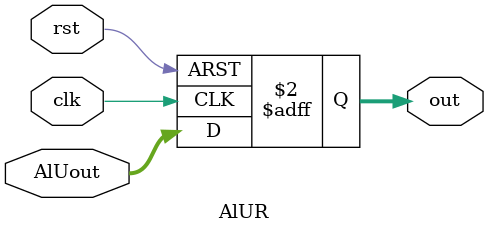
<source format=v>
`timescale 1ns/1ns
module AlUR(input clk,rst,input[7:0] AlUout,output reg[7:0] out);
  always@(posedge clk,posedge rst)begin
    if(rst)
      out=8'b 00000000;
    else 
      out=AlUout;
    end
endmodule
  

</source>
